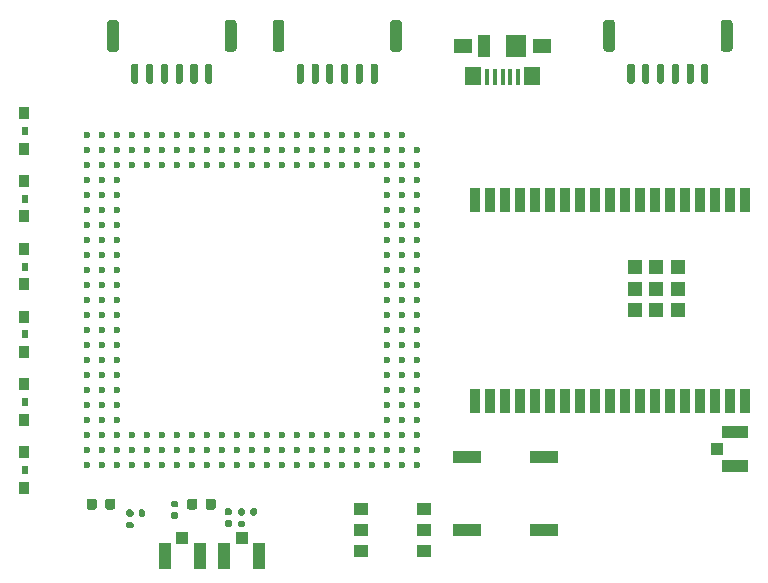
<source format=gbr>
%TF.GenerationSoftware,KiCad,Pcbnew,(5.1.10)-1*%
%TF.CreationDate,2021-08-17T14:43:39+02:00*%
%TF.ProjectId,mowi,6d6f7769-2e6b-4696-9361-645f70636258,v1.0*%
%TF.SameCoordinates,Original*%
%TF.FileFunction,Paste,Top*%
%TF.FilePolarity,Positive*%
%FSLAX46Y46*%
G04 Gerber Fmt 4.6, Leading zero omitted, Abs format (unit mm)*
G04 Created by KiCad (PCBNEW (5.1.10)-1) date 2021-08-17 14:43:39*
%MOMM*%
%LPD*%
G01*
G04 APERTURE LIST*
%ADD10R,1.000000X1.900000*%
%ADD11R,1.800000X1.900000*%
%ADD12R,1.650000X1.300000*%
%ADD13R,1.425000X1.550000*%
%ADD14R,0.450000X1.380000*%
%ADD15R,1.300000X1.000000*%
%ADD16R,0.900000X1.000000*%
%ADD17R,0.600000X0.800000*%
%ADD18C,0.600000*%
%ADD19R,1.300000X1.300000*%
%ADD20R,0.900000X2.000000*%
%ADD21R,2.400000X1.000000*%
%ADD22R,1.050000X1.050000*%
%ADD23R,1.050000X2.200000*%
%ADD24R,2.200000X1.050000*%
G04 APERTURE END LIST*
D10*
%TO.C,J7*%
X150450000Y-64690000D03*
D11*
X153150000Y-64690000D03*
D12*
X148625000Y-64690000D03*
X155375000Y-64690000D03*
D13*
X149512500Y-67265000D03*
X154487500Y-67265000D03*
D14*
X150700000Y-67350000D03*
X151350000Y-67350000D03*
X152000000Y-67350000D03*
X152650000Y-67350000D03*
X153300000Y-67350000D03*
%TD*%
D15*
%TO.C,SW1*%
X145350000Y-107450000D03*
X145350000Y-105700000D03*
X145350000Y-103950000D03*
X140050000Y-107450000D03*
X140050000Y-105700000D03*
X140050000Y-103950000D03*
%TD*%
D16*
%TO.C,D7*%
X111450000Y-102100000D03*
X111450000Y-99100000D03*
D17*
X111600000Y-100600000D03*
%TD*%
D16*
%TO.C,D6*%
X111450000Y-96360000D03*
X111450000Y-93360000D03*
D17*
X111600000Y-94860000D03*
%TD*%
D16*
%TO.C,D5*%
X111450000Y-90620000D03*
X111450000Y-87620000D03*
D17*
X111600000Y-89120000D03*
%TD*%
D16*
%TO.C,D4*%
X111450000Y-84880000D03*
X111450000Y-81880000D03*
D17*
X111600000Y-83380000D03*
%TD*%
D16*
%TO.C,D3*%
X111450000Y-79140000D03*
X111450000Y-76140000D03*
D17*
X111600000Y-77640000D03*
%TD*%
D16*
%TO.C,D2*%
X111450000Y-73400000D03*
X111450000Y-70400000D03*
D17*
X111600000Y-71900000D03*
%TD*%
D18*
%TO.C,U23*%
X116780000Y-100220000D03*
X118050000Y-100220000D03*
X119320000Y-100220000D03*
X120590000Y-100220000D03*
X121860000Y-100220000D03*
X123130000Y-100220000D03*
X124400000Y-100220000D03*
X125670000Y-100220000D03*
X126940000Y-100220000D03*
X128210000Y-100220000D03*
X129480000Y-100220000D03*
X130750000Y-100220000D03*
X132020000Y-100220000D03*
X133290000Y-100220000D03*
X134560000Y-100220000D03*
X135830000Y-100220000D03*
X137100000Y-100220000D03*
X138370000Y-100220000D03*
X139640000Y-100220000D03*
X140910000Y-100220000D03*
X142180000Y-100220000D03*
X143450000Y-100220000D03*
X144720000Y-100220000D03*
X116780000Y-98950000D03*
X118050000Y-98950000D03*
X119320000Y-98950000D03*
X120590000Y-98950000D03*
X121860000Y-98950000D03*
X123130000Y-98950000D03*
X124400000Y-98950000D03*
X125670000Y-98950000D03*
X126940000Y-98950000D03*
X128210000Y-98950000D03*
X129480000Y-98950000D03*
X130750000Y-98950000D03*
X132020000Y-98950000D03*
X133290000Y-98950000D03*
X134560000Y-98950000D03*
X135830000Y-98950000D03*
X137100000Y-98950000D03*
X138370000Y-98950000D03*
X139640000Y-98950000D03*
X140910000Y-98950000D03*
X142180000Y-98950000D03*
X143450000Y-98950000D03*
X144720000Y-98950000D03*
X116780000Y-97680000D03*
X118050000Y-97680000D03*
X119320000Y-97680000D03*
X120590000Y-97680000D03*
X121860000Y-97680000D03*
X123130000Y-97680000D03*
X124400000Y-97680000D03*
X125670000Y-97680000D03*
X126940000Y-97680000D03*
X128210000Y-97680000D03*
X129480000Y-97680000D03*
X130750000Y-97680000D03*
X132020000Y-97680000D03*
X133290000Y-97680000D03*
X134560000Y-97680000D03*
X135830000Y-97680000D03*
X137100000Y-97680000D03*
X138370000Y-97680000D03*
X139640000Y-97680000D03*
X140910000Y-97680000D03*
X142180000Y-97680000D03*
X143450000Y-97680000D03*
X144720000Y-97680000D03*
X116780000Y-96410000D03*
X118050000Y-96410000D03*
X119320000Y-96410000D03*
X142180000Y-96410000D03*
X143450000Y-96410000D03*
X144720000Y-96410000D03*
X116780000Y-95140000D03*
X118050000Y-95140000D03*
X119320000Y-95140000D03*
X142180000Y-95140000D03*
X143450000Y-95140000D03*
X144720000Y-95140000D03*
X116780000Y-93870000D03*
X118050000Y-93870000D03*
X119320000Y-93870000D03*
X142180000Y-93870000D03*
X143450000Y-93870000D03*
X144720000Y-93870000D03*
X116780000Y-92600000D03*
X118050000Y-92600000D03*
X119320000Y-92600000D03*
X142180000Y-92600000D03*
X143450000Y-92600000D03*
X144720000Y-92600000D03*
X116780000Y-91330000D03*
X118050000Y-91330000D03*
X119320000Y-91330000D03*
X142180000Y-91330000D03*
X143450000Y-91330000D03*
X144720000Y-91330000D03*
X116780000Y-90060000D03*
X118050000Y-90060000D03*
X119320000Y-90060000D03*
X142180000Y-90060000D03*
X143450000Y-90060000D03*
X144720000Y-90060000D03*
X116780000Y-88790000D03*
X118050000Y-88790000D03*
X119320000Y-88790000D03*
X142180000Y-88790000D03*
X143450000Y-88790000D03*
X144720000Y-88790000D03*
X116780000Y-87520000D03*
X118050000Y-87520000D03*
X119320000Y-87520000D03*
X142180000Y-87520000D03*
X143450000Y-87520000D03*
X144720000Y-87520000D03*
X116780000Y-86250000D03*
X118050000Y-86250000D03*
X119320000Y-86250000D03*
X142180000Y-86250000D03*
X143450000Y-86250000D03*
X144720000Y-86250000D03*
X116780000Y-84980000D03*
X118050000Y-84980000D03*
X119320000Y-84980000D03*
X142180000Y-84980000D03*
X143450000Y-84980000D03*
X144720000Y-84980000D03*
X116780000Y-83710000D03*
X118050000Y-83710000D03*
X119320000Y-83710000D03*
X142180000Y-83710000D03*
X143450000Y-83710000D03*
X144720000Y-83710000D03*
X116780000Y-82440000D03*
X118050000Y-82440000D03*
X119320000Y-82440000D03*
X142180000Y-82440000D03*
X143450000Y-82440000D03*
X144720000Y-82440000D03*
X116780000Y-81170000D03*
X118050000Y-81170000D03*
X119320000Y-81170000D03*
X142180000Y-81170000D03*
X143450000Y-81170000D03*
X144720000Y-81170000D03*
X116780000Y-79900000D03*
X118050000Y-79900000D03*
X119320000Y-79900000D03*
X142180000Y-79900000D03*
X143450000Y-79900000D03*
X144720000Y-79900000D03*
X116780000Y-78630000D03*
X118050000Y-78630000D03*
X119320000Y-78630000D03*
X142180000Y-78630000D03*
X143450000Y-78630000D03*
X144720000Y-78630000D03*
X116780000Y-77360000D03*
X118050000Y-77360000D03*
X119320000Y-77360000D03*
X142180000Y-77360000D03*
X143450000Y-77360000D03*
X144720000Y-77360000D03*
X116780000Y-76090000D03*
X118050000Y-76090000D03*
X119320000Y-76090000D03*
X142180000Y-76090000D03*
X143450000Y-76090000D03*
X144720000Y-76090000D03*
X116780000Y-74820000D03*
X118050000Y-74820000D03*
X119320000Y-74820000D03*
X120590000Y-74820000D03*
X121860000Y-74820000D03*
X123130000Y-74820000D03*
X124400000Y-74820000D03*
X125670000Y-74820000D03*
X126940000Y-74820000D03*
X128210000Y-74820000D03*
X129480000Y-74820000D03*
X130750000Y-74820000D03*
X132020000Y-74820000D03*
X133290000Y-74820000D03*
X134560000Y-74820000D03*
X135830000Y-74820000D03*
X137100000Y-74820000D03*
X138370000Y-74820000D03*
X139640000Y-74820000D03*
X140910000Y-74820000D03*
X142180000Y-74820000D03*
X143450000Y-74820000D03*
X144720000Y-74820000D03*
X116780000Y-73550000D03*
X118050000Y-73550000D03*
X119320000Y-73550000D03*
X120590000Y-73550000D03*
X121860000Y-73550000D03*
X123130000Y-73550000D03*
X124400000Y-73550000D03*
X125670000Y-73550000D03*
X126940000Y-73550000D03*
X128210000Y-73550000D03*
X129480000Y-73550000D03*
X130750000Y-73550000D03*
X132020000Y-73550000D03*
X133290000Y-73550000D03*
X134560000Y-73550000D03*
X135830000Y-73550000D03*
X137100000Y-73550000D03*
X138370000Y-73550000D03*
X139640000Y-73550000D03*
X140910000Y-73550000D03*
X142180000Y-73550000D03*
X143450000Y-73550000D03*
X144720000Y-73550000D03*
X116780000Y-72280000D03*
X118050000Y-72280000D03*
X119320000Y-72280000D03*
X120590000Y-72280000D03*
X121860000Y-72280000D03*
X123130000Y-72280000D03*
X124400000Y-72280000D03*
X125670000Y-72280000D03*
X126940000Y-72280000D03*
X128210000Y-72280000D03*
X129480000Y-72280000D03*
X130750000Y-72280000D03*
X132020000Y-72280000D03*
X133290000Y-72280000D03*
X134560000Y-72280000D03*
X135830000Y-72280000D03*
X137100000Y-72280000D03*
X138370000Y-72280000D03*
X139640000Y-72280000D03*
X140910000Y-72280000D03*
X142180000Y-72280000D03*
X143450000Y-72280000D03*
%TD*%
D19*
%TO.C,U1*%
X166865000Y-87085000D03*
X166865000Y-85250000D03*
X166865000Y-83415000D03*
X165030000Y-87085000D03*
X165030000Y-85250000D03*
X165030000Y-83415000D03*
X163195000Y-87085000D03*
X163195000Y-85250000D03*
X163195000Y-83415000D03*
D20*
X172530000Y-77750000D03*
X171260000Y-77750000D03*
X169990000Y-77750000D03*
X168720000Y-77750000D03*
X167450000Y-77750000D03*
X166180000Y-77750000D03*
X164910000Y-77750000D03*
X163640000Y-77750000D03*
X162370000Y-77750000D03*
X161100000Y-77750000D03*
X159830000Y-77750000D03*
X158560000Y-77750000D03*
X157290000Y-77750000D03*
X156020000Y-77750000D03*
X154750000Y-77750000D03*
X153480000Y-77750000D03*
X152210000Y-77750000D03*
X150940000Y-77750000D03*
X149670000Y-77750000D03*
X149670000Y-94750000D03*
X150940000Y-94750000D03*
X152210000Y-94750000D03*
X153480000Y-94750000D03*
X154750000Y-94750000D03*
X156020000Y-94750000D03*
X157290000Y-94750000D03*
X158560000Y-94750000D03*
X159830000Y-94750000D03*
X161100000Y-94750000D03*
X162370000Y-94750000D03*
X163640000Y-94750000D03*
X164910000Y-94750000D03*
X166180000Y-94750000D03*
X167450000Y-94750000D03*
X168720000Y-94750000D03*
X169990000Y-94750000D03*
X171260000Y-94750000D03*
X172530000Y-94750000D03*
%TD*%
D21*
%TO.C,SW3*%
X155550000Y-105700000D03*
X148950000Y-105700000D03*
%TD*%
%TO.C,SW2*%
X155550000Y-99500000D03*
X148950000Y-99500000D03*
%TD*%
D22*
%TO.C,J4*%
X129900000Y-106375000D03*
D23*
X128425000Y-107900000D03*
X131375000Y-107900000D03*
%TD*%
D22*
%TO.C,J6*%
X124900000Y-106375000D03*
D23*
X123425000Y-107900000D03*
X126375000Y-107900000D03*
%TD*%
D22*
%TO.C,J1*%
X170175000Y-98825000D03*
D24*
X171700000Y-100300000D03*
X171700000Y-97350000D03*
%TD*%
%TO.C,R14*%
G36*
G01*
X130085000Y-104430000D02*
X129715000Y-104430000D01*
G75*
G02*
X129580000Y-104295000I0J135000D01*
G01*
X129580000Y-104025000D01*
G75*
G02*
X129715000Y-103890000I135000J0D01*
G01*
X130085000Y-103890000D01*
G75*
G02*
X130220000Y-104025000I0J-135000D01*
G01*
X130220000Y-104295000D01*
G75*
G02*
X130085000Y-104430000I-135000J0D01*
G01*
G37*
G36*
G01*
X130085000Y-105450000D02*
X129715000Y-105450000D01*
G75*
G02*
X129580000Y-105315000I0J135000D01*
G01*
X129580000Y-105045000D01*
G75*
G02*
X129715000Y-104910000I135000J0D01*
G01*
X130085000Y-104910000D01*
G75*
G02*
X130220000Y-105045000I0J-135000D01*
G01*
X130220000Y-105315000D01*
G75*
G02*
X130085000Y-105450000I-135000J0D01*
G01*
G37*
%TD*%
%TO.C,R13*%
G36*
G01*
X130170000Y-103975000D02*
X130170000Y-104345000D01*
G75*
G02*
X130035000Y-104480000I-135000J0D01*
G01*
X129765000Y-104480000D01*
G75*
G02*
X129630000Y-104345000I0J135000D01*
G01*
X129630000Y-103975000D01*
G75*
G02*
X129765000Y-103840000I135000J0D01*
G01*
X130035000Y-103840000D01*
G75*
G02*
X130170000Y-103975000I0J-135000D01*
G01*
G37*
G36*
G01*
X131190000Y-103975000D02*
X131190000Y-104345000D01*
G75*
G02*
X131055000Y-104480000I-135000J0D01*
G01*
X130785000Y-104480000D01*
G75*
G02*
X130650000Y-104345000I0J135000D01*
G01*
X130650000Y-103975000D01*
G75*
G02*
X130785000Y-103840000I135000J0D01*
G01*
X131055000Y-103840000D01*
G75*
G02*
X131190000Y-103975000I0J-135000D01*
G01*
G37*
%TD*%
%TO.C,R16*%
G36*
G01*
X120710000Y-104085000D02*
X120710000Y-104455000D01*
G75*
G02*
X120575000Y-104590000I-135000J0D01*
G01*
X120305000Y-104590000D01*
G75*
G02*
X120170000Y-104455000I0J135000D01*
G01*
X120170000Y-104085000D01*
G75*
G02*
X120305000Y-103950000I135000J0D01*
G01*
X120575000Y-103950000D01*
G75*
G02*
X120710000Y-104085000I0J-135000D01*
G01*
G37*
G36*
G01*
X121730000Y-104085000D02*
X121730000Y-104455000D01*
G75*
G02*
X121595000Y-104590000I-135000J0D01*
G01*
X121325000Y-104590000D01*
G75*
G02*
X121190000Y-104455000I0J135000D01*
G01*
X121190000Y-104085000D01*
G75*
G02*
X121325000Y-103950000I135000J0D01*
G01*
X121595000Y-103950000D01*
G75*
G02*
X121730000Y-104085000I0J-135000D01*
G01*
G37*
%TD*%
%TO.C,R15*%
G36*
G01*
X120625000Y-104540000D02*
X120255000Y-104540000D01*
G75*
G02*
X120120000Y-104405000I0J135000D01*
G01*
X120120000Y-104135000D01*
G75*
G02*
X120255000Y-104000000I135000J0D01*
G01*
X120625000Y-104000000D01*
G75*
G02*
X120760000Y-104135000I0J-135000D01*
G01*
X120760000Y-104405000D01*
G75*
G02*
X120625000Y-104540000I-135000J0D01*
G01*
G37*
G36*
G01*
X120625000Y-105560000D02*
X120255000Y-105560000D01*
G75*
G02*
X120120000Y-105425000I0J135000D01*
G01*
X120120000Y-105155000D01*
G75*
G02*
X120255000Y-105020000I135000J0D01*
G01*
X120625000Y-105020000D01*
G75*
G02*
X120760000Y-105155000I0J-135000D01*
G01*
X120760000Y-105425000D01*
G75*
G02*
X120625000Y-105560000I-135000J0D01*
G01*
G37*
%TD*%
%TO.C,L2*%
G36*
G01*
X126850000Y-103756250D02*
X126850000Y-103243750D01*
G75*
G02*
X127068750Y-103025000I218750J0D01*
G01*
X127506250Y-103025000D01*
G75*
G02*
X127725000Y-103243750I0J-218750D01*
G01*
X127725000Y-103756250D01*
G75*
G02*
X127506250Y-103975000I-218750J0D01*
G01*
X127068750Y-103975000D01*
G75*
G02*
X126850000Y-103756250I0J218750D01*
G01*
G37*
G36*
G01*
X125275000Y-103756250D02*
X125275000Y-103243750D01*
G75*
G02*
X125493750Y-103025000I218750J0D01*
G01*
X125931250Y-103025000D01*
G75*
G02*
X126150000Y-103243750I0J-218750D01*
G01*
X126150000Y-103756250D01*
G75*
G02*
X125931250Y-103975000I-218750J0D01*
G01*
X125493750Y-103975000D01*
G75*
G02*
X125275000Y-103756250I0J218750D01*
G01*
G37*
%TD*%
%TO.C,L1*%
G36*
G01*
X118350000Y-103756250D02*
X118350000Y-103243750D01*
G75*
G02*
X118568750Y-103025000I218750J0D01*
G01*
X119006250Y-103025000D01*
G75*
G02*
X119225000Y-103243750I0J-218750D01*
G01*
X119225000Y-103756250D01*
G75*
G02*
X119006250Y-103975000I-218750J0D01*
G01*
X118568750Y-103975000D01*
G75*
G02*
X118350000Y-103756250I0J218750D01*
G01*
G37*
G36*
G01*
X116775000Y-103756250D02*
X116775000Y-103243750D01*
G75*
G02*
X116993750Y-103025000I218750J0D01*
G01*
X117431250Y-103025000D01*
G75*
G02*
X117650000Y-103243750I0J-218750D01*
G01*
X117650000Y-103756250D01*
G75*
G02*
X117431250Y-103975000I-218750J0D01*
G01*
X116993750Y-103975000D01*
G75*
G02*
X116775000Y-103756250I0J218750D01*
G01*
G37*
%TD*%
%TO.C,D1*%
G36*
G01*
X128607500Y-104835000D02*
X128952500Y-104835000D01*
G75*
G02*
X129100000Y-104982500I0J-147500D01*
G01*
X129100000Y-105277500D01*
G75*
G02*
X128952500Y-105425000I-147500J0D01*
G01*
X128607500Y-105425000D01*
G75*
G02*
X128460000Y-105277500I0J147500D01*
G01*
X128460000Y-104982500D01*
G75*
G02*
X128607500Y-104835000I147500J0D01*
G01*
G37*
G36*
G01*
X128607500Y-103865000D02*
X128952500Y-103865000D01*
G75*
G02*
X129100000Y-104012500I0J-147500D01*
G01*
X129100000Y-104307500D01*
G75*
G02*
X128952500Y-104455000I-147500J0D01*
G01*
X128607500Y-104455000D01*
G75*
G02*
X128460000Y-104307500I0J147500D01*
G01*
X128460000Y-104012500D01*
G75*
G02*
X128607500Y-103865000I147500J0D01*
G01*
G37*
%TD*%
%TO.C,C8*%
G36*
G01*
X124080000Y-104180000D02*
X124420000Y-104180000D01*
G75*
G02*
X124560000Y-104320000I0J-140000D01*
G01*
X124560000Y-104600000D01*
G75*
G02*
X124420000Y-104740000I-140000J0D01*
G01*
X124080000Y-104740000D01*
G75*
G02*
X123940000Y-104600000I0J140000D01*
G01*
X123940000Y-104320000D01*
G75*
G02*
X124080000Y-104180000I140000J0D01*
G01*
G37*
G36*
G01*
X124080000Y-103220000D02*
X124420000Y-103220000D01*
G75*
G02*
X124560000Y-103360000I0J-140000D01*
G01*
X124560000Y-103640000D01*
G75*
G02*
X124420000Y-103780000I-140000J0D01*
G01*
X124080000Y-103780000D01*
G75*
G02*
X123940000Y-103640000I0J140000D01*
G01*
X123940000Y-103360000D01*
G75*
G02*
X124080000Y-103220000I140000J0D01*
G01*
G37*
%TD*%
%TO.C,J11*%
G36*
G01*
X161525000Y-62750000D02*
X161525000Y-64950000D01*
G75*
G02*
X161275000Y-65200000I-250000J0D01*
G01*
X160775000Y-65200000D01*
G75*
G02*
X160525000Y-64950000I0J250000D01*
G01*
X160525000Y-62750000D01*
G75*
G02*
X160775000Y-62500000I250000J0D01*
G01*
X161275000Y-62500000D01*
G75*
G02*
X161525000Y-62750000I0J-250000D01*
G01*
G37*
G36*
G01*
X171475000Y-62750000D02*
X171475000Y-64950000D01*
G75*
G02*
X171225000Y-65200000I-250000J0D01*
G01*
X170725000Y-65200000D01*
G75*
G02*
X170475000Y-64950000I0J250000D01*
G01*
X170475000Y-62750000D01*
G75*
G02*
X170725000Y-62500000I250000J0D01*
G01*
X171225000Y-62500000D01*
G75*
G02*
X171475000Y-62750000I0J-250000D01*
G01*
G37*
G36*
G01*
X163175000Y-66350000D02*
X163175000Y-67750000D01*
G75*
G02*
X163025000Y-67900000I-150000J0D01*
G01*
X162725000Y-67900000D01*
G75*
G02*
X162575000Y-67750000I0J150000D01*
G01*
X162575000Y-66350000D01*
G75*
G02*
X162725000Y-66200000I150000J0D01*
G01*
X163025000Y-66200000D01*
G75*
G02*
X163175000Y-66350000I0J-150000D01*
G01*
G37*
G36*
G01*
X164425000Y-66350000D02*
X164425000Y-67750000D01*
G75*
G02*
X164275000Y-67900000I-150000J0D01*
G01*
X163975000Y-67900000D01*
G75*
G02*
X163825000Y-67750000I0J150000D01*
G01*
X163825000Y-66350000D01*
G75*
G02*
X163975000Y-66200000I150000J0D01*
G01*
X164275000Y-66200000D01*
G75*
G02*
X164425000Y-66350000I0J-150000D01*
G01*
G37*
G36*
G01*
X165675000Y-66350000D02*
X165675000Y-67750000D01*
G75*
G02*
X165525000Y-67900000I-150000J0D01*
G01*
X165225000Y-67900000D01*
G75*
G02*
X165075000Y-67750000I0J150000D01*
G01*
X165075000Y-66350000D01*
G75*
G02*
X165225000Y-66200000I150000J0D01*
G01*
X165525000Y-66200000D01*
G75*
G02*
X165675000Y-66350000I0J-150000D01*
G01*
G37*
G36*
G01*
X166925000Y-66350000D02*
X166925000Y-67750000D01*
G75*
G02*
X166775000Y-67900000I-150000J0D01*
G01*
X166475000Y-67900000D01*
G75*
G02*
X166325000Y-67750000I0J150000D01*
G01*
X166325000Y-66350000D01*
G75*
G02*
X166475000Y-66200000I150000J0D01*
G01*
X166775000Y-66200000D01*
G75*
G02*
X166925000Y-66350000I0J-150000D01*
G01*
G37*
G36*
G01*
X168175000Y-66350000D02*
X168175000Y-67750000D01*
G75*
G02*
X168025000Y-67900000I-150000J0D01*
G01*
X167725000Y-67900000D01*
G75*
G02*
X167575000Y-67750000I0J150000D01*
G01*
X167575000Y-66350000D01*
G75*
G02*
X167725000Y-66200000I150000J0D01*
G01*
X168025000Y-66200000D01*
G75*
G02*
X168175000Y-66350000I0J-150000D01*
G01*
G37*
G36*
G01*
X169425000Y-66350000D02*
X169425000Y-67750000D01*
G75*
G02*
X169275000Y-67900000I-150000J0D01*
G01*
X168975000Y-67900000D01*
G75*
G02*
X168825000Y-67750000I0J150000D01*
G01*
X168825000Y-66350000D01*
G75*
G02*
X168975000Y-66200000I150000J0D01*
G01*
X169275000Y-66200000D01*
G75*
G02*
X169425000Y-66350000I0J-150000D01*
G01*
G37*
%TD*%
%TO.C,J9*%
G36*
G01*
X133525000Y-62750000D02*
X133525000Y-64950000D01*
G75*
G02*
X133275000Y-65200000I-250000J0D01*
G01*
X132775000Y-65200000D01*
G75*
G02*
X132525000Y-64950000I0J250000D01*
G01*
X132525000Y-62750000D01*
G75*
G02*
X132775000Y-62500000I250000J0D01*
G01*
X133275000Y-62500000D01*
G75*
G02*
X133525000Y-62750000I0J-250000D01*
G01*
G37*
G36*
G01*
X143475000Y-62750000D02*
X143475000Y-64950000D01*
G75*
G02*
X143225000Y-65200000I-250000J0D01*
G01*
X142725000Y-65200000D01*
G75*
G02*
X142475000Y-64950000I0J250000D01*
G01*
X142475000Y-62750000D01*
G75*
G02*
X142725000Y-62500000I250000J0D01*
G01*
X143225000Y-62500000D01*
G75*
G02*
X143475000Y-62750000I0J-250000D01*
G01*
G37*
G36*
G01*
X135175000Y-66350000D02*
X135175000Y-67750000D01*
G75*
G02*
X135025000Y-67900000I-150000J0D01*
G01*
X134725000Y-67900000D01*
G75*
G02*
X134575000Y-67750000I0J150000D01*
G01*
X134575000Y-66350000D01*
G75*
G02*
X134725000Y-66200000I150000J0D01*
G01*
X135025000Y-66200000D01*
G75*
G02*
X135175000Y-66350000I0J-150000D01*
G01*
G37*
G36*
G01*
X136425000Y-66350000D02*
X136425000Y-67750000D01*
G75*
G02*
X136275000Y-67900000I-150000J0D01*
G01*
X135975000Y-67900000D01*
G75*
G02*
X135825000Y-67750000I0J150000D01*
G01*
X135825000Y-66350000D01*
G75*
G02*
X135975000Y-66200000I150000J0D01*
G01*
X136275000Y-66200000D01*
G75*
G02*
X136425000Y-66350000I0J-150000D01*
G01*
G37*
G36*
G01*
X137675000Y-66350000D02*
X137675000Y-67750000D01*
G75*
G02*
X137525000Y-67900000I-150000J0D01*
G01*
X137225000Y-67900000D01*
G75*
G02*
X137075000Y-67750000I0J150000D01*
G01*
X137075000Y-66350000D01*
G75*
G02*
X137225000Y-66200000I150000J0D01*
G01*
X137525000Y-66200000D01*
G75*
G02*
X137675000Y-66350000I0J-150000D01*
G01*
G37*
G36*
G01*
X138925000Y-66350000D02*
X138925000Y-67750000D01*
G75*
G02*
X138775000Y-67900000I-150000J0D01*
G01*
X138475000Y-67900000D01*
G75*
G02*
X138325000Y-67750000I0J150000D01*
G01*
X138325000Y-66350000D01*
G75*
G02*
X138475000Y-66200000I150000J0D01*
G01*
X138775000Y-66200000D01*
G75*
G02*
X138925000Y-66350000I0J-150000D01*
G01*
G37*
G36*
G01*
X140175000Y-66350000D02*
X140175000Y-67750000D01*
G75*
G02*
X140025000Y-67900000I-150000J0D01*
G01*
X139725000Y-67900000D01*
G75*
G02*
X139575000Y-67750000I0J150000D01*
G01*
X139575000Y-66350000D01*
G75*
G02*
X139725000Y-66200000I150000J0D01*
G01*
X140025000Y-66200000D01*
G75*
G02*
X140175000Y-66350000I0J-150000D01*
G01*
G37*
G36*
G01*
X141425000Y-66350000D02*
X141425000Y-67750000D01*
G75*
G02*
X141275000Y-67900000I-150000J0D01*
G01*
X140975000Y-67900000D01*
G75*
G02*
X140825000Y-67750000I0J150000D01*
G01*
X140825000Y-66350000D01*
G75*
G02*
X140975000Y-66200000I150000J0D01*
G01*
X141275000Y-66200000D01*
G75*
G02*
X141425000Y-66350000I0J-150000D01*
G01*
G37*
%TD*%
%TO.C,J14*%
G36*
G01*
X119525000Y-62750000D02*
X119525000Y-64950000D01*
G75*
G02*
X119275000Y-65200000I-250000J0D01*
G01*
X118775000Y-65200000D01*
G75*
G02*
X118525000Y-64950000I0J250000D01*
G01*
X118525000Y-62750000D01*
G75*
G02*
X118775000Y-62500000I250000J0D01*
G01*
X119275000Y-62500000D01*
G75*
G02*
X119525000Y-62750000I0J-250000D01*
G01*
G37*
G36*
G01*
X129475000Y-62750000D02*
X129475000Y-64950000D01*
G75*
G02*
X129225000Y-65200000I-250000J0D01*
G01*
X128725000Y-65200000D01*
G75*
G02*
X128475000Y-64950000I0J250000D01*
G01*
X128475000Y-62750000D01*
G75*
G02*
X128725000Y-62500000I250000J0D01*
G01*
X129225000Y-62500000D01*
G75*
G02*
X129475000Y-62750000I0J-250000D01*
G01*
G37*
G36*
G01*
X121175000Y-66350000D02*
X121175000Y-67750000D01*
G75*
G02*
X121025000Y-67900000I-150000J0D01*
G01*
X120725000Y-67900000D01*
G75*
G02*
X120575000Y-67750000I0J150000D01*
G01*
X120575000Y-66350000D01*
G75*
G02*
X120725000Y-66200000I150000J0D01*
G01*
X121025000Y-66200000D01*
G75*
G02*
X121175000Y-66350000I0J-150000D01*
G01*
G37*
G36*
G01*
X122425000Y-66350000D02*
X122425000Y-67750000D01*
G75*
G02*
X122275000Y-67900000I-150000J0D01*
G01*
X121975000Y-67900000D01*
G75*
G02*
X121825000Y-67750000I0J150000D01*
G01*
X121825000Y-66350000D01*
G75*
G02*
X121975000Y-66200000I150000J0D01*
G01*
X122275000Y-66200000D01*
G75*
G02*
X122425000Y-66350000I0J-150000D01*
G01*
G37*
G36*
G01*
X123675000Y-66350000D02*
X123675000Y-67750000D01*
G75*
G02*
X123525000Y-67900000I-150000J0D01*
G01*
X123225000Y-67900000D01*
G75*
G02*
X123075000Y-67750000I0J150000D01*
G01*
X123075000Y-66350000D01*
G75*
G02*
X123225000Y-66200000I150000J0D01*
G01*
X123525000Y-66200000D01*
G75*
G02*
X123675000Y-66350000I0J-150000D01*
G01*
G37*
G36*
G01*
X124925000Y-66350000D02*
X124925000Y-67750000D01*
G75*
G02*
X124775000Y-67900000I-150000J0D01*
G01*
X124475000Y-67900000D01*
G75*
G02*
X124325000Y-67750000I0J150000D01*
G01*
X124325000Y-66350000D01*
G75*
G02*
X124475000Y-66200000I150000J0D01*
G01*
X124775000Y-66200000D01*
G75*
G02*
X124925000Y-66350000I0J-150000D01*
G01*
G37*
G36*
G01*
X126175000Y-66350000D02*
X126175000Y-67750000D01*
G75*
G02*
X126025000Y-67900000I-150000J0D01*
G01*
X125725000Y-67900000D01*
G75*
G02*
X125575000Y-67750000I0J150000D01*
G01*
X125575000Y-66350000D01*
G75*
G02*
X125725000Y-66200000I150000J0D01*
G01*
X126025000Y-66200000D01*
G75*
G02*
X126175000Y-66350000I0J-150000D01*
G01*
G37*
G36*
G01*
X127425000Y-66350000D02*
X127425000Y-67750000D01*
G75*
G02*
X127275000Y-67900000I-150000J0D01*
G01*
X126975000Y-67900000D01*
G75*
G02*
X126825000Y-67750000I0J150000D01*
G01*
X126825000Y-66350000D01*
G75*
G02*
X126975000Y-66200000I150000J0D01*
G01*
X127275000Y-66200000D01*
G75*
G02*
X127425000Y-66350000I0J-150000D01*
G01*
G37*
%TD*%
M02*

</source>
